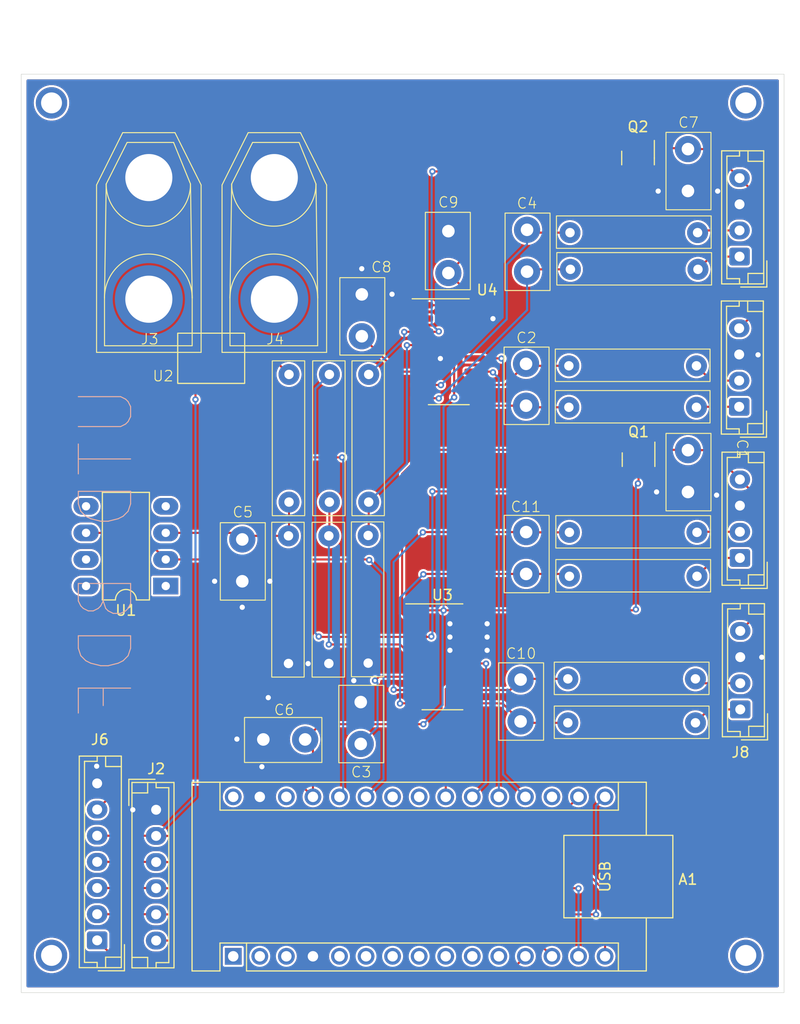
<source format=kicad_pcb>
(kicad_pcb (version 20221018) (generator pcbnew)
  (layers (0 "F.Cu" signal) (31 "B.Cu" signal) (34 "B.Paste" user) (35 "F.Paste" user) (36 "B.SilkS" user "B.Silkscreen") (37 "F.SilkS" user "F.Silkscreen") (38 "B.Mask" user) (39 "F.Mask" user) (44 "Edge.Cuts" user))
  (net 0 "")
  (net 4 "GND")
  (net 12 "CS_TACH")
  (net 13 "CS_SD")
  (net 14 "MOSI")
  (net 15 "MISO")
  (net 16 "SCK")
  (net 17 "+3.3V")
  (net 19 "DOUT1")
  (net 20 "PD1")
  (net 21 "DOUT2")
  (net 22 "PD2")
  (net 25 "V_SENS")
  (net 26 "I_SENS")
  (net 27 "+5V")
  (net 30 "L_V2")
  (net 31 "L2_INB-")
  (net 32 "L2_INB+")
  (net 33 "Net-(U3-VBG)")
  (net 34 "L1_INA-")
  (net 35 "L1_INA+")
  (net 36 "Net-(U1-+)")
  (net 37 "L_V")
  (net 38 "Net-(U4-VBG)")
  (net 39 "L4_INB-")
  (net 40 "L4_INB+")
  (net 41 "L3_INA-")
  (net 42 "L3_INA+")
  (net 43 "L1_IN1")
  (net 44 "L1_IN2")
  (net 45 "ESC")
  (net 46 "BAT")
  (net 47 "L2_IN1")
  (net 48 "L2_IN2")
  (net 49 "L3_IN1")
  (net 50 "L3_IN2")
  (net 51 "L4_IN1")
  (net 52 "L4_IN2")
  (net 53 "Net-(Q1-B)")
  (net 54 "Net-(Q2-B)")
  (net 55 "Net-(U3-VFB)")
  (net 56 "Net-(U4-VFB)")
  (footprint "Userlib:R_1watt" (layer "F.Cu") (at 155.5064 73.7706)
    (fp_text reference "R4" hide)
    (fp_text value "100" hide)
  )
  (footprint "Userlib:R_1watt" (layer "F.Cu") (at 155.4116 103.1084)
    (fp_text reference "R14" hide)
    (fp_text value "100" hide)
  )
  (footprint "Package_DIP:DIP-8_W7.62mm_LongPads" (layer "F.Cu") (at 111.6076 104.0384 180)
    (fp_text reference "U1")
    (fp_text value "LM741")
  )
  (footprint "Userlib:R_1watt" (layer "F.Cu") (at 127.258 90.8148 90)
    (fp_text reference "R5" hide)
    (fp_text value "20000" hide)
  )
  (footprint "Connector_JST:JST_EH_B4B-EH-A_1x04_P2.50mm_Vertical" (layer "F.Cu") (at 166.5156 101.3558 90)
    (fp_text reference "J7" hide)
    (fp_text value "Conn_01x04_Pin")
  )
  (footprint "Userlib:R_1watt" (layer "F.Cu") (at 155.4116 98.9084)
    (fp_text reference "R13" hide)
    (fp_text value "100" hide)
  )
  (footprint "Userlib:ACS781LLRTR-100U-T" (layer "F.Cu") (at 112.7534 84.6722)
    (fp_text reference "U2")
    (fp_text value "~")
  )
  (footprint "Userlib:XT90_-F" (layer "F.Cu") (at 110.0716 80.9472)
    (fp_text reference "J3")
    (fp_text value "XT90PW-F")
  )
  (footprint "Userlib:R_1watt" (layer "F.Cu") (at 155.2632 112.9128)
    (fp_text reference "R11" hide)
    (fp_text value "100" hide)
  )
  (footprint "Package_SO:SOP-16_3.9x9.9mm_P1.27mm" (layer "F.Cu") (at 138.0676 110.8046)
    (fp_text reference "U3")
    (fp_text value "HX711")
  )
  (footprint "Connector_JST:JST_EH_B4B-EH-A_1x04_P2.50mm_Vertical" (layer "F.Cu") (at 166.447868 86.907 90)
    (fp_text reference "J5" hide)
    (fp_text value "Conn_01x04_Pin")
  )
  (footprint "Userlib:R_1watt" (layer "F.Cu") (at 130.9664 106.2072 90)
    (fp_text reference "R10" hide)
    (fp_text value "7500" hide)
  )
  (footprint "Connector_JST:JST_EH_B4B-EH-A_1x04_P2.50mm_Vertical" (layer "F.Cu") (at 166.481734 72.5522 90)
    (fp_text reference "J1" hide)
    (fp_text value "Conn_01x04_Pin")
  )
  (footprint "Userlib:R_1watt" (layer "F.Cu") (at 131.0172 90.8148 90)
    (fp_text reference "R9" hide)
    (fp_text value "20000" hide)
  )
  (footprint "Package_SO:SOP-16_3.9x9.9mm_P1.27mm" (layer "F.Cu") (at 138.6772 81.6454)
    (fp_text reference "U4")
    (fp_text value "HX711")
  )
  (footprint "Userlib:Capacitor_4mm_diam_.6mm_pin" (layer "F.Cu") (at 161.5488 93.0516 -90)
    (fp_text reference "C1")
    (fp_text value "10u")
  )
  (footprint "Userlib:R_1watt" (layer "F.Cu") (at 155.4692 70.263)
    (fp_text reference "R1" hide)
    (fp_text value "100" hide)
  )
  (footprint "Userlib:R_1watt" (layer "F.Cu") (at 155.2632 117.1128)
    (fp_text reference "R12" hide)
    (fp_text value "100" hide)
  )
  (footprint "Userlib:Capacitor_4mm_diam_.6mm_pin" (layer "F.Cu") (at 118.9276 101.586 -90)
    (fp_text reference "C5")
    (fp_text value "10n")
  )
  (footprint "Userlib:Capacitor_4mm_diam_.6mm_pin" (layer "F.Cu") (at 130.2552 117.1308 -90)
    (fp_text reference "C3")
    (fp_text value ".1u")
  )
  (footprint "Userlib:Capacitor_4mm_diam_.6mm_pin" (layer "F.Cu") (at 146.0644 84.8016 -90)
    (fp_text reference "C2")
    (fp_text value ".1u")
  )
  (footprint "Connector_JST:JST_EH_B6B-EH-A_1x06_P2.50mm_Vertical" (layer "F.Cu") (at 110.6884 125.4236 -90)
    (fp_text reference "J2")
    (fp_text value "Conn_01x06")
  )
  (footprint "Userlib:R_1watt" (layer "F.Cu") (at 127.2064 106.2436 90)
    (fp_text reference "R6" hide)
    (fp_text value "7500" hide)
  )
  (footprint "Package_TO_SOT_SMD:SOT-23" (layer "F.Cu") (at 156.8236 91.9601 -90)
    (fp_text reference "Q1")
    (fp_text value "S8550 2TY DNP SOT-23 SMD 0.5A 40V")
  )
  (footprint "Userlib:R_1watt" (layer "F.Cu") (at 123.3972 90.8148 90)
    (fp_text reference "R2" hide)
    (fp_text value "30000" hide)
  )
  (footprint "Connector_JST:JST_EH_B7B-EH-A_1x07_P2.50mm_Vertical" (layer "F.Cu") (at 105.0496 137.9036 90)
    (fp_text reference "J6")
    (fp_text value "Conn_01x07")
  )
  (footprint "Userlib:Capacitor_4mm_diam_.6mm_pin" (layer "F.Cu") (at 146.0742 100.8826 -90)
    (fp_text reference "C11")
    (fp_text value ".1u")
  )
  (footprint "Userlib:Capacitor_4mm_diam_.6mm_pin" (layer "F.Cu") (at 130.3568 78.1656 -90)
    (fp_text reference "C8")
    (fp_text value ".1u")
  )
  (footprint "Userlib:XT90_-F" (layer "F.Cu") (at 122.0716 80.9472)
    (fp_text reference "J4")
    (fp_text value "XT90PW-F")
  )
  (footprint "Userlib:Capacitor_4mm_diam_.6mm_pin" (layer "F.Cu") (at 161.548 64.2784 -90)
    (fp_text reference "C7")
    (fp_text value "10u")
  )
  (footprint "Userlib:Capacitor_4mm_diam_.6mm_pin" (layer "F.Cu") (at 146.1592 71.9926 -90)
    (fp_text reference "C4")
    (fp_text value ".1u")
  )
  (footprint "Userlib:R_1watt" (layer "F.Cu") (at 123.3456 106.2436 90)
    (fp_text reference "R3" hide)
    (fp_text value "6000" hide)
  )
  (footprint "Package_TO_SOT_SMD:SOT-23" (layer "F.Cu") (at 156.7728 63.1288 -90)
    (fp_text reference "Q2")
    (fp_text value "S8550 2TY DNP SOT-23 SMD 0.5A 40V")
  )
  (footprint "Connector_JST:JST_EH_B4B-EH-A_1x04_P2.50mm_Vertical" (layer "F.Cu") (at 166.549466 115.8338 90)
    (fp_text reference "J8")
    (fp_text value "Conn_01x04_Pin")
  )
  (footprint "Userlib:R_1watt" (layer "F.Cu") (at 155.3608 82.9916)
    (fp_text reference "R7" hide)
    (fp_text value "100" hide)
  )
  (footprint "Userlib:Capacitor_4mm_diam_.6mm_pin" (layer "F.Cu") (at 122.94 118.704 180)
    (fp_text reference "C6")
    (fp_text value "10u")
  )
  (footprint "Userlib:R_1watt" (layer "F.Cu") (at 155.3608 86.954)
    (fp_text reference "R8" hide)
    (fp_text value "100" hide)
  )
  (footprint "Userlib:Capacitor_4mm_diam_.6mm_pin" (layer "F.Cu") (at 138.6372 72.1204 90)
    (fp_text reference "C9")
    (fp_text value "10u")
  )
  (footprint "Module:Arduino_Nano" (layer "F.Cu") (at 118.0632 139.4304 90)
    (fp_text reference "A1")
    (fp_text value "Arduino_Nano_v2.x")
  )
  (footprint "Userlib:Capacitor_4mm_diam_.6mm_pin" (layer "F.Cu") (at 145.542 114.9792 -90)
    (fp_text reference "C10")
    (fp_text value ".1u")
  )
  (gr_rect (start 97.79 55.118) (end 170.7388 142.9004) (stroke (width 0.05)) (fill none) (layer "Edge.Cuts"))
  (gr_text "UTD BDF" (at 108.8644 84.6836 90) (layer "B.SilkS") (effects (font (size 5 5) (thickness 0.1)) (justify left bottom mirror)))
  (via (at 167.0812 139.3444) (size 3) (drill 2) (layers "F.Cu" "B.Cu") (net 0))
  (via (at 100.6856 139.3444) (size 3) (drill 2) (layers "F.Cu" "B.Cu") (net 0))
  (via (at 100.6856 57.8612) (size 3) (drill 2) (layers "F.Cu" "B.Cu") (net 0))
  (via (at 167.0812 57.8612) (size 3) (drill 2) (layers "F.Cu" "B.Cu") (net 0))
  (via (at 108.458 125.4252) (size 0.8) (drill 0.5) (layers "F.Cu" "B.Cu") (net 4))
  (via (at 164.2872 95.3516) (size 0.8) (drill 0.5) (layers "F.Cu" "B.Cu") (net 4))
  (via (at 168.2496 81.9404) (size 0.8) (drill 0.5) (layers "F.Cu" "B.Cu") (net 4))
  (via (at 121.5644 103.5812) (size 0.8) (drill 0.5) (layers "F.Cu" "B.Cu") (net 4))
  (via (at 130.3528 73.7108) (size 0.8) (drill 0.5) (layers "F.Cu" "B.Cu") (net 4))
  (via (at 125.222 111.4552) (size 0.8) (drill 0.5) (layers "F.Cu" "B.Cu") (net 4))
  (via (at 129.5908 113.0808) (size 0.8) (drill 0.5) (layers "F.Cu" "B.Cu") (net 4))
  (via (at 121.412 114.7064) (size 0.8) (drill 0.5) (layers "F.Cu" "B.Cu") (net 4))
  (via (at 116.2812 103.5812) (size 0.8) (drill 0.5) (layers "F.Cu" "B.Cu") (net 4))
  (via (at 142.3416 108.9152) (size 0.8) (drill 0.5) (layers "F.Cu" "B.Cu") (net 4))
  (via (at 133.2484 76.1492) (size 0.8) (drill 0.5) (layers "F.Cu" "B.Cu") (net 4))
  (via (at 158.5468 95.0468) (size 0.8) (drill 0.5) (layers "F.Cu" "B.Cu") (net 4))
  (via (at 138.7856 110.1852) (size 0.8) (drill 0.5) (layers "F.Cu" "B.Cu") (net 4))
  (via (at 120.8024 121.3104) (size 0.8) (drill 0.5) (layers "F.Cu" "B.Cu") (net 4))
  (via (at 137.8712 82.296) (size 0.8) (drill 0.5) (layers "F.Cu" "B.Cu") (net 4))
  (via (at 138.7856 108.9152) (size 0.8) (drill 0.5) (layers "F.Cu" "B.Cu") (net 4))
  (via (at 168.6052 110.8456) (size 0.8) (drill 0.5) (layers "F.Cu" "B.Cu") (net 4))
  (via (at 142.9004 78.486) (size 0.8) (drill 0.5) (layers "F.Cu" "B.Cu") (net 4))
  (via (at 164.3888 66.294) (size 0.8) (drill 0.5) (layers "F.Cu" "B.Cu") (net 4))
  (via (at 138.7856 107.6452) (size 0.8) (drill 0.5) (layers "F.Cu" "B.Cu") (net 4))
  (via (at 118.9228 106.0704) (size 0.8) (drill 0.5) (layers "F.Cu" "B.Cu") (net 4))
  (via (at 158.6992 66.294) (size 0.8) (drill 0.5) (layers "F.Cu" "B.Cu") (net 4))
  (via (at 142.3416 107.6452) (size 0.8) (drill 0.5) (layers "F.Cu" "B.Cu") (net 4))
  (via (at 142.3416 110.1852) (size 0.8) (drill 0.5) (layers "F.Cu" "B.Cu") (net 4))
  (via (at 105.0036 121.2596) (size 0.8) (drill 0.5) (layers "F.Cu" "B.Cu") (net 4))
  (via (at 118.4148 118.6688) (size 0.8) (drill 0.5) (layers "F.Cu" "B.Cu") (net 4))
  (segment (start 144.7684 140.6652) (end 146.0032 139.4304) (width 0.2) (layer "F.Cu") (net 12))
  (segment (start 107.8096 140.6652) (end 144.7684 140.6652) (width 0.2) (layer "F.Cu") (net 12))
  (segment (start 105.0496 137.9052) (end 107.8096 140.6652) (width 0.2) (layer "F.Cu") (net 12))
  (segment (start 147.0364 137.9236) (end 148.5432 139.4304) (width 0.2) (layer "F.Cu") (net 13))
  (segment (start 110.6884 137.9236) (end 147.0364 137.9236) (width 0.2) (layer "F.Cu") (net 13))
  (segment (start 105.0496 132.9052) (end 110.67 132.9052) (width 0.2) (layer "F.Cu") (net 14))
  (segment (start 110.6884 132.9236) (end 151.0592 132.9236) (width 0.2) (layer "F.Cu") (net 14))
  (segment (start 110.67 132.9052) (end 110.6884 132.9236) (width 0.2) (layer "F.Cu") (net 14))
  (segment (start 151.1916 132.9436) (end 151.2116 132.9236) (width 0.2) (layer "F.Cu") (net 14))
  (segment (start 151.0792 132.9436) (end 151.1916 132.9436) (width 0.2) (layer "F.Cu") (net 14))
  (segment (start 151.0592 132.9236) (end 151.0792 132.9436) (width 0.2) (layer "F.Cu") (net 14))
  (via (at 151.0792 132.9436) (size 0.6) (drill 0.3) (layers "F.Cu" "B.Cu") (net 14))
  (segment (start 151.0832 132.9476) (end 151.0832 139.4304) (width 0.2) (layer "B.Cu") (net 14))
  (segment (start 151.0792 132.9436) (end 151.0832 132.9476) (width 0.2) (layer "B.Cu") (net 14))
  (segment (start 153.6232 133.2016) (end 153.6232 139.4304) (width 0.2) (layer "F.Cu") (net 15))
  (segment (start 110.67 130.4052) (end 110.6884 130.4236) (width 0.2) (layer "F.Cu") (net 15))
  (segment (start 150.8452 130.4236) (end 153.6232 133.2016) (width 0.2) (layer "F.Cu") (net 15))
  (segment (start 110.6884 130.4236) (end 150.8452 130.4236) (width 0.2) (layer "F.Cu") (net 15))
  (segment (start 105.0496 130.4052) (end 110.67 130.4052) (width 0.2) (layer "F.Cu") (net 15))
  (segment (start 152.6956 135.4236) (end 152.7048 135.4328) (width 0.2) (layer "F.Cu") (net 16))
  (segment (start 105.0496 135.4052) (end 110.67 135.4052) (width 0.2) (layer "F.Cu") (net 16))
  (segment (start 110.6884 135.4236) (end 152.6956 135.4236) (width 0.2) (layer "F.Cu") (net 16))
  (segment (start 110.67 135.4052) (end 110.6884 135.4236) (width 0.2) (layer "F.Cu") (net 16))
  (segment (start 152.7556 135.4328) (end 152.7556 135.4836) (width 0.2) (layer "F.Cu") (net 16))
  (segment (start 152.7048 135.4328) (end 152.7556 135.4328) (width 0.2) (layer "F.Cu") (net 16))
  (segment (start 152.7556 135.4836) (end 152.7048 135.4328) (width 0.2) (layer "F.Cu") (net 16))
  (via (at 152.7556 135.4328) (size 0.6) (drill 0.3) (layers "F.Cu" "B.Cu") (net 16))
  (segment (start 153.6232 124.1904) (end 152.7556 125.058) (width 0.2) (layer "B.Cu") (net 16))
  (segment (start 152.7556 125.058) (end 152.7556 135.4328) (width 0.2) (layer "B.Cu") (net 16))
  (segment (start 110.67 127.9052) (end 110.6884 127.9236) (width 0.2) (layer "F.Cu") (net 17))
  (segment (start 147.35 127.9236) (end 151.0832 124.1904) (width 0.2) (layer "F.Cu") (net 17))
  (segment (start 110.6884 127.9236) (end 147.35 127.9236) (width 0.2) (layer "F.Cu") (net 17))
  (segment (start 114.4534 84.7722) (end 114.4534 86.2066) (width 0.2) (layer "F.Cu") (net 17))
  (segment (start 114.4534 86.2066) (end 114.4524 86.2076) (width 0.2) (layer "F.Cu") (net 17))
  (segment (start 105.0496 127.9052) (end 110.67 127.9052) (width 0.2) (layer "F.Cu") (net 17))
  (via (at 114.4524 86.2076) (size 0.6) (drill 0.3) (layers "F.Cu" "B.Cu") (net 17))
  (segment (start 114.4524 86.2076) (end 114.4524 124.1596) (width 0.2) (layer "B.Cu") (net 17))
  (segment (start 114.4524 124.1596) (end 110.6884 127.9236) (width 0.2) (layer "B.Cu") (net 17))
  (segment (start 141.1772 82.2804) (end 143.6976 82.2804) (width 0.2) (layer "F.Cu") (net 19))
  (segment (start 143.6976 82.2804) (end 143.7132 82.296) (width 0.2) (layer "F.Cu") (net 19))
  (via (at 143.7132 82.296) (size 0.6) (drill 0.3) (layers "F.Cu" "B.Cu") (net 19))
  (segment (start 143.8632 122.0504) (end 146.0032 124.1904) (width 0.2) (layer "B.Cu") (net 19))
  (segment (start 143.7132 82.296) (end 143.8632 82.446) (width 0.2) (layer "B.Cu") (net 19))
  (segment (start 143.8632 82.446) (end 143.8632 122.0504) (width 0.2) (layer "B.Cu") (net 19))
  (segment (start 142.834 83.5504) (end 142.9004 83.6168) (width 0.2) (layer "F.Cu") (net 20))
  (segment (start 141.1772 83.5504) (end 142.834 83.5504) (width 0.2) (layer "F.Cu") (net 20))
  (via (at 142.9004 83.6168) (size 0.6) (drill 0.3) (layers "F.Cu" "B.Cu") (net 20))
  (segment (start 143.4632 84.1796) (end 143.4632 124.1904) (width 0.2) (layer "B.Cu") (net 20))
  (segment (start 142.9004 83.6168) (end 143.4632 84.1796) (width 0.2) (layer "B.Cu") (net 20))
  (segment (start 142.2244 111.4396) (end 142.24 111.4552) (width 0.2) (layer "F.Cu") (net 21))
  (segment (start 140.5676 111.4396) (end 142.2244 111.4396) (width 0.2) (layer "F.Cu") (net 21))
  (via (at 142.24 111.4552) (size 0.6) (drill 0.3) (layers "F.Cu" "B.Cu") (net 21))
  (segment (start 142.24 122.8736) (end 140.9232 124.1904) (width 0.2) (layer "B.Cu") (net 21))
  (segment (start 142.24 111.4552) (end 142.24 122.8736) (width 0.2) (layer "B.Cu") (net 21))
  (segment (start 140.5676 112.7096) (end 139.5676 112.7096) (width 0.2) (layer "F.Cu") (net 22))
  (segment (start 138.3832 113.894) (end 138.3832 124.1904) (width 0.2) (layer "F.Cu") (net 22))
  (segment (start 139.5676 112.7096) (end 138.3832 113.894) (width 0.2) (layer "F.Cu") (net 22))
  (segment (start 111.6076 101.4984) (end 131.0132 101.4984) (width 0.2) (layer "F.Cu") (net 25))
  (segment (start 131.0132 101.4984) (end 131.064 101.5492) (width 0.2) (layer "F.Cu") (net 25))
  (segment (start 109.0676 98.9584) (end 111.6076 101.4984) (width 0.2) (layer "F.Cu") (net 25))
  (segment (start 103.9876 98.9584) (end 109.0676 98.9584) (width 0.2) (layer "F.Cu") (net 25))
  (via (at 131.064 101.5492) (size 0.6) (drill 0.3) (layers "F.Cu" "B.Cu") (net 25))
  (segment (start 131.064 101.5492) (end 132.4356 102.9208) (width 0.2) (layer "B.Cu") (net 25))
  (segment (start 132.4356 102.9208) (end 132.4356 122.518) (width 0.2) (layer "B.Cu") (net 25))
  (segment (start 132.4356 122.518) (end 130.7632 124.1904) (width 0.2) (layer "B.Cu") (net 25))
  (segment (start 128.4406 91.7774) (end 128.4732 91.7448) (width 0.2) (layer "F.Cu") (net 26))
  (segment (start 124.626 91.7448) (end 128.4732 91.7448) (width 0.2) (layer "F.Cu") (net 26))
  (segment (start 117.6534 84.7722) (end 124.626 91.7448) (width 0.2) (layer "F.Cu") (net 26))
  (via (at 128.4732 91.7448) (size 0.6) (drill 0.3) (layers "F.Cu" "B.Cu") (net 26))
  (segment (start 128.5748 123.8388) (end 128.2232 124.1904) (width 0.2) (layer "B.Cu") (net 26))
  (segment (start 128.4732 91.7448) (end 128.5748 91.8464) (width 0.2) (layer "B.Cu") (net 26))
  (segment (start 128.5748 91.8464) (end 128.5748 123.8388) (width 0.2) (layer "B.Cu") (net 26))
  (segment (start 156.8236 94.1792) (end 156.7688 94.234) (width 0.2) (layer "F.Cu") (net 27))
  (segment (start 152.3965 68.4426) (end 156.7728 64.0663) (width 0.2) (layer "F.Cu") (net 27))
  (segment (start 138.1604 106.3596) (end 138.176 106.3752) (width 0.2) (layer "F.Cu") (net 27))
  (segment (start 138.176 106.3752) (end 138.1916 106.3596) (width 0.2) (layer "F.Cu") (net 27))
  (segment (start 144.315 68.4426) (end 152.3965 68.4426) (width 0.2) (layer "F.Cu") (net 27))
  (segment (start 125.6832 119.4472) (end 124.94 118.704) (width 0.2) (layer "F.Cu") (net 27))
  (segment (start 141.1772 76.6604) (end 141.1772 77.2004) (width 0.2) (layer "F.Cu") (net 27))
  (segment (start 140.810804 77.2004) (end 141.1772 77.2004) (width 0.2) (layer "F.Cu") (net 27))
  (segment (start 105.0496 125.4052) (end 107.6204 122.8344) (width 0.2) (layer "F.Cu") (net 27))
  (segment (start 107.6204 122.8344) (end 124.3272 122.8344) (width 0.2) (layer "F.Cu") (net 27))
  (segment (start 156.8236 92.8976) (end 156.8236 94.1792) (width 0.2) (layer "F.Cu") (net 27))
  (segment (start 140.5676 106.3596) (end 156.4796 106.3596) (width 0.2) (layer "F.Cu") (net 27))
  (segment (start 139.192 78.819204) (end 140.810804 77.2004) (width 0.2) (layer "F.Cu") (net 27))
  (segment (start 126.3976 117.2464) (end 124.94 118.704) (width 0.2) (layer "F.Cu") (net 27))
  (segment (start 125.6832 124.1904) (end 125.6832 119.4472) (width 0.2) (layer "F.Cu") (net 27))
  (segment (start 136.1772 77.2004) (end 141.1772 77.2004) (width 0.2) (layer "F.Cu") (net 27))
  (segment (start 139.192 86.0044) (end 139.192 78.819204) (width 0.2) (layer "F.Cu") (net 27))
  (segment (start 138.6372 74.1204) (end 141.1772 76.6604) (width 0.2) (layer "F.Cu") (net 27))
  (segment (start 136.2456 117.2464) (end 126.3976 117.2464) (width 0.2) (layer "F.Cu") (net 27))
  (segment (start 124.3272 122.8344) (end 125.6832 124.1904) (width 0.2) (layer "F.Cu") (net 27))
  (segment (start 135.5676 106.3596) (end 138.1604 106.3596) (width 0.2) (layer "F.Cu") (net 27))
  (segment (start 138.6372 74.1204) (end 144.315 68.4426) (width 0.2) (layer "F.Cu") (net 27))
  (segment (start 138.1916 106.3596) (end 140.5676 106.3596) (width 0.2) (layer "F.Cu") (net 27))
  (segment (start 156.4796 106.3596) (end 156.5656 106.2736) (width 0.2) (layer "F.Cu") (net 27))
  (via (at 156.7688 94.234) (size 0.6) (drill 0.3) (layers "F.Cu" "B.Cu") (net 27))
  (via (at 138.176 106.3752) (size 0.6) (drill 0.3) (layers "F.Cu" "B.Cu") (net 27))
  (via (at 156.5656 106.2736) (size 0.6) (drill 0.3) (layers "F.Cu" "B.Cu") (net 27))
  (via (at 139.192 86.0044) (size 0.6) (drill 0.3) (layers "F.Cu" "B.Cu") (net 27))
  (via (at 136.2456 117.2464) (size 0.6) (drill 0.3) (layers "F.Cu" "B.Cu") (net 27))
  (segment (start 138.0856 106.4656) (end 138.0856 115.4064) (width 0.2) (layer "B.Cu") (net 27))
  (segment (start 138.176 86.9188) (end 139.0904 86.0044) (width 0.2) (layer "B.Cu") (net 27))
  (segment (start 139.192 86.0044) (end 139.192 85.9028) (width 0.2) (layer "B.Cu") (net 27))
  (segment (start 139.0904 86.0044) (end 139.192 86.0044) (width 0.2) (layer "B.Cu") (net 27))
  (segment (start 138.176 106.3752) (end 138.176 86.9188) (width 0.2) (layer "B.Cu") (net 27))
  (segment (start 138.176 106.3752) (end 138.0856 106.4656) (width 0.2) (layer "B.Cu") (net 27))
  (segment (start 156.5656 94.4372) (end 156.7688 94.234) (width 0.2) (layer "B.Cu") (net 27))
  (segment (start 138.0856 115.4064) (end 136.2456 117.2464) (width 0.2) (layer "B.Cu") (net 27))
  (segment (start 156.5656 106.2736) (end 156.5656 94.4372) (width 0.2) (layer "B.Cu") (net 27))
  (segment (start 139.192 85.9028) (end 139.1412 85.9536) (width 0.2) (layer "B.Cu") (net 27))
  (segment (start 135.5676 108.8996) (end 136.9724 108.8996) (width 0.2) (layer "F.Cu") (net 30))
  (segment (start 161.5488 91.0516) (end 163.7114 91.0516) (width 0.2) (layer "F.Cu") (net 30))
  (segment (start 168.0464 95.3866) (end 168.0464 106.836866) (width 0.2) (layer "F.Cu") (net 30))
  (segment (start 163.7114 91.0516) (end 166.5156 93.8558) (width 0.2) (layer "F.Cu") (net 30))
  (segment (start 136.9724 108.8996) (end 137.0076 108.8644) (width 0.2) (layer "F.Cu") (net 30))
  (segment (start 166.5156 93.8558) (end 168.0464 95.3866) (width 0.2) (layer "F.Cu") (net 30))
  (segment (start 157.7736 91.0226) (end 161.5198 91.0226) (width 0.2) (layer "F.Cu") (net 30))
  (segment (start 157.7736 91.0226) (end 157.247496 91.0226) (width 0.2) (layer "F.Cu") (net 30))
  (segment (start 153.274096 94.996) (end 137.1092 94.996) (width 0.2) (layer "F.Cu") (net 30))
  (segment (start 135.5676 108.8996) (end 126.2732 108.8996) (width 0.2) (layer "F.Cu") (net 30))
  (segment (start 157.247496 91.0226) (end 153.274096 94.996) (width 0.2) (layer "F.Cu") (net 30))
  (segment (start 168.0464 106.836866) (end 166.549466 108.3338) (width 0.2) (layer "F.Cu") (net 30))
  (segment (start 161.5198 91.0226) (end 161.5488 91.0516) (width 0.2) (layer "F.Cu") (net 30))
  (segment (start 126.2732 108.8996) (end 126.238 108.8644) (width 0.2) (layer "F.Cu") (net 30))
  (via (at 126.238 108.8644) (size 0.6) (drill 0.3) (layers "F.Cu" "B.Cu") (net 30))
  (via (at 137.1092 94.996) (size 0.6) (drill 0.3) (layers "F.Cu" "B.Cu") (net 30))
  (via (at 137.0076 108.8644) (size 0.6) (drill 0.3) (layers "F.Cu" "B.Cu") (net 30))
  (segment (start 125.9064 108.5328) (end 125.9064 85.1664) (width 0.2) (layer "B.Cu") (net 30))
  (segment (start 137.1092 108.7628) (end 137.0076 108.8644) (width 0.2) (layer "B.Cu") (net 30))
  (segment (start 125.9064 85.1664) (end 127.258 83.8148) (width 0.2) (layer "B.Cu") (net 30))
  (segment (start 137.1092 94.996) (end 137.1092 108.7628) (width 0.2) (layer "B.Cu") (net 30))
  (segment (start 126.238 108.8644) (end 125.9064 108.5328) (width 0.2) (layer "B.Cu") (net 30))
  (segment (start 146.2544 82.9916) (end 146.0644 82.8016) (width 0.2) (layer "F.Cu") (net 31))
  (segment (start 144.0456 84.8204) (end 141.1772 84.8204) (width 0.2) (layer "F.Cu") (net 31))
  (segment (start 150.1608 82.9916) (end 146.2544 82.9916) (width 0.2) (layer "F.Cu") (net 31))
  (segment (start 146.0644 82.8016) (end 144.0456 84.8204) (width 0.2) (layer "F.Cu") (net 31))
  (segment (start 141.8884 86.8016) (end 141.1772 86.0904) (width 0.2) (layer "F.Cu") (net 32))
  (segment (start 150.1608 86.954) (end 146.2168 86.954) (width 0.2) (layer "F.Cu") (net 32))
  (segment (start 146.2168 86.954) (end 146.0644 86.8016) (width 0.2) (layer "F.Cu") (net 32))
  (segment (start 146.0644 86.8016) (end 141.8884 86.8016) (width 0.2) (layer "F.Cu") (net 32))
  (segment (start 131.994 112.7096) (end 131.6228 113.0808) (width 0.2) (layer "F.Cu") (net 33))
  (segment (start 135.5676 112.7096) (end 131.994 112.7096) (width 0.2) (layer "F.Cu") (net 33))
  (via (at 131.6228 113.0808) (size 0.6) (drill 0.3) (layers "F.Cu" "B.Cu") (net 33))
  (segment (start 131.8664 117.5196) (end 131.8664 113.3244) (width 0.2) (layer "B.Cu") (net 33))
  (segment (start 130.2552 119.1308) (end 131.8664 117.5196) (width 0.2) (layer "B.Cu") (net 33))
  (segment (start 131.8664 113.3244) (end 131.6228 113.0808) (width 0.2) (layer "B.Cu") (net 33))
  (segment (start 131.6228 113.0808) (end 131.6736 113.1316) (width 0.2) (layer "B.Cu") (net 33))
  (segment (start 137.9064 84.8204) (end 137.922 84.836) (width 0.2) (layer "F.Cu") (net 34))
  (segment (start 136.1772 84.8204) (end 137.9064 84.8204) (width 0.2) (layer "F.Cu") (net 34))
  (segment (start 146.4296 70.263) (end 146.1592 69.9926) (width 0.2) (layer "F.Cu") (net 34))
  (segment (start 150.2692 70.263) (end 146.4296 70.263) (width 0.2) (layer "F.Cu") (net 34))
  (via (at 137.922 84.836) (size 0.6) (drill 0.3) (layers "F.Cu" "B.Cu") (net 34))
  (segment (start 137.922 84.836) (end 144.2212 78.5368) (width 0.2) (layer "B.Cu") (net 34))
  (segment (start 144.2212 73.3044) (end 146.1592 71.3664) (width 0.2) (layer "B.Cu") (net 34))
  (segment (start 146.1592 71.3664) (end 146.1592 69.9926) (width 0.2) (layer "B.Cu") (net 34))
  (segment (start 144.2212 78.5368) (end 144.2212 73.3044) (width 0.2) (layer "B.Cu") (net 34))
  (segment (start 136.1772 86.0904) (end 137.7032 86.0904) (width 0.2) (layer "F.Cu") (net 35))
  (segment (start 137.7032 86.0904) (end 137.7188 86.106) (width 0.2) (layer "F.Cu") (net 35))
  (segment (start 150.3064 73.7706) (end 146.3812 73.7706) (width 0.2) (layer "F.Cu") (net 35))
  (segment (start 146.3812 73.7706) (end 146.1592 73.9926) (width 0.2) (layer "F.Cu") (net 35))
  (via (at 137.7188 86.106) (size 0.6) (drill 0.3) (layers "F.Cu" "B.Cu") (net 35))
  (segment (start 137.7188 86.106) (end 146.1592 77.6656) (width 0.2) (layer "B.Cu") (net 35))
  (segment (start 146.1592 77.6656) (end 146.1592 73.9926) (width 0.2) (layer "B.Cu") (net 35))
  (segment (start 123.3972 96.0148) (end 123.3972 99.192) (width 0.2) (layer "F.Cu") (net 36))
  (segment (start 118.3 98.9584) (end 118.9276 99.586) (width 0.2) (layer "F.Cu") (net 36))
  (segment (start 119.27 99.2436) (end 118.9276 99.586) (width 0.2) (layer "F.Cu") (net 36))
  (segment (start 111.6076 98.9584) (end 118.3 98.9584) (width 0.2) (layer "F.Cu") (net 36))
  (segment (start 123.3972 99.192) (end 123.3456 99.2436) (width 0.2) (layer "F.Cu") (net 36))
  (segment (start 123.3456 99.2436) (end 119.27 99.2436) (width 0.2) (layer "F.Cu") (net 36))
  (segment (start 137.1092 64.4144) (end 154.973596 64.4144) (width 0.2) (layer "F.Cu") (net 37))
  (segment (start 168.0464 66.616866) (end 168.0464 77.808468) (width 0.2) (layer "F.Cu") (net 37))
  (segment (start 157.7228 62.1913) (end 161.4609 62.1913) (width 0.2) (layer "F.Cu") (net 37))
  (segment (start 163.707934 62.2784) (end 166.481734 65.0522) (width 0.2) (layer "F.Cu") (net 37))
  (segment (start 154.973596 64.4144) (end 157.196696 62.1913) (width 0.2) (layer "F.Cu") (net 37))
  (segment (start 166.481734 65.0522) (end 168.0464 66.616866) (width 0.2) (layer "F.Cu") (net 37))
  (segment (start 136.1772 79.7404) (end 134.4324 79.7404) (width 0.2) (layer "F.Cu") (net 37))
  (segment (start 161.4609 62.1913) (end 161.548 62.2784) (width 0.2) (layer "F.Cu") (net 37))
  (segment (start 161.548 62.2784) (end 163.707934 62.2784) (width 0.2) (layer "F.Cu") (net 37))
  (segment (start 134.4324 79.7404) (end 134.4168 79.756) (width 0.2) (layer "F.Cu") (net 37))
  (segment (start 157.196696 62.1913) (end 157.7228 62.1913) (width 0.2) (layer "F.Cu") (net 37))
  (segment (start 168.0464 77.808468) (end 166.447868 79.407) (width 0.2) (layer "F.Cu") (net 37))
  (segment (start 136.1772 79.7404) (end 137.6836 79.7404) (width 0.2) (layer "F.Cu") (net 37))
  (segment (start 137.6836 79.7404) (end 137.7188 79.7052) (width 0.2) (layer "F.Cu") (net 37))
  (via (at 137.1092 64.4144) (size 0.6) (drill 0.3) (layers "F.Cu" "B.Cu") (net 37))
  (via (at 134.4168 79.756) (size 0.6) (drill 0.3) (layers "F.Cu" "B.Cu") (net 37))
  (via (at 137.7188 79.7052) (size 0.6) (drill 0.3) (layers "F.Cu" "B.Cu") (net 37))
  (segment (start 137.0372 79.0236) (end 137.0372 64.4356) (width 0.2) (layer "B.Cu") (net 37))
  (segment (start 137.1092 64.3636) (end 137.0584 64.4144) (width 0.2) (layer "B.Cu") (net 37))
  (segment (start 137.0372 64.4356) (end 137.0584 64.4144) (width 0.2) (layer "B.Cu") (net 37))
  (segment (start 134.4168 79.756) (end 134.4168 80.4152) (width 0.2) (layer "B.Cu") (net 37))
  (segment (start 137.0584 64.4144) (end 137.1092 64.4144) (width 0.2) (layer "B.Cu") (net 37))
  (segment (start 134.4168 80.4152) (end 131.0172 83.8148) (width 0.2) (layer "B.Cu") (net 37))
  (segment (start 137.7188 79.7052) (end 137.0372 79.0236) (width 0.2) (layer "B.Cu") (net 37))
  (segment (start 137.1092 64.4144) (end 137.1092 64.3636) (width 0.2) (layer "B.Cu") (net 37))
  (segment (start 133.7416 83.5504) (end 136.1772 83.5504) (width 0.2) (layer "F.Cu") (net 38))
  (segment (start 130.3568 80.1656) (end 133.7416 83.5504) (width 0.2) (layer "F.Cu") (net 38))
  (segment (start 150.0632 112.9128) (end 145.6084 112.9128) (width 0.2) (layer "F.Cu") (net 39))
  (segment (start 145.542 112.9792) (end 144.5416 113.9796) (width 0.2) (layer "F.Cu") (net 39))
  (segment (start 144.5416 113.9796) (end 140.5676 113.9796) (width 0.2) (layer "F.Cu") (net 39))
  (segment (start 145.6084 112.9128) (end 145.542 112.9792) (width 0.2) (layer "F.Cu") (net 39))
  (segment (start 143.3732 115.2496) (end 140.5676 115.2496) (width 0.2) (layer "F.Cu") (net 40))
  (segment (start 150.0632 117.1128) (end 145.6756 117.1128) (width 0.2) (layer "F.Cu") (net 40))
  (segment (start 145.6756 117.1128) (end 145.542 116.9792) (width 0.2) (layer "F.Cu") (net 40))
  (segment (start 143.828 115.2652) (end 143.3888 115.2652) (width 0.2) (layer "F.Cu") (net 40))
  (segment (start 145.542 116.9792) (end 143.828 115.2652) (width 0.2) (layer "F.Cu") (net 40))
  (segment (start 143.3888 115.2652) (end 143.3732 115.2496) (width 0.2) (layer "F.Cu") (net 40))
  (segment (start 146.1 98.9084) (end 146.0742 98.8826) (width 0.2) (layer "F.Cu") (net 41))
  (segment (start 150.2116 98.9084) (end 146.1 98.9084) (width 0.2) (layer "F.Cu") (net 41))
  (segment (start 136.2198 98.8826) (end 136.1948 98.9076) (width 0.2) (layer "F.Cu") (net 41))
  (segment (start 146.0742 98.8826) (end 136.2198 98.8826) (width 0.2) (layer "F.Cu") (net 41))
  (segment (start 135.5676 113.9796) (end 133.436 113.9796) (width 0.2) (layer "F.Cu") (net 41))
  (segment (start 133.436 113.9796) (end 133.4008 113.9444) (width 0.2) (layer "F.Cu") (net 41))
  (via (at 136.1948 98.9076) (size 0.6) (drill 0.3) (layers "F.Cu" "B.Cu") (net 41))
  (via (at 133.4008 113.9444) (size 0.6) (drill 0.3) (layers "F.Cu" "B.Cu") (net 41))
  (segment (start 133.4008 113.9444) (end 133.4008 101.7524) (width 0.2) (layer "B.Cu") (net 41))
  (segment (start 136.2456 98.9076) (end 136.2456 98.9076) (width 0.2) (layer "B.Cu") (net 41))
  (segment (start 136.1948 98.9076) (end 136.2456 98.9076) (width 0.2) (layer "B.Cu") (net 41))
  (segment (start 133.4008 101.7524) (end 136.1948 98.9584) (width 0.2) (layer "B.Cu") (net 41))
  (segment (start 136.1948 98.9584) (end 136.1948 98.9076) (width 0.2) (layer "B.Cu") (net 41))
  (segment (start 146.0742 102.8826) (end 136.2838 102.8826) (width 0.2) (layer "F.Cu") (net 42))
  (segment (start 134.026 115.2496) (end 134.0104 115.2652) (width 0.2) (layer "F.Cu") (net 42))
  (segment (start 136.2838 102.8826) (end 136.2456 102.9208) (width 0.2) (layer "F.Cu") (net 42))
  (segment (start 146.0742 102.8826) (end 149.9858 102.8826) (width 0.2) (layer "F.Cu") (net 42))
  (segment (start 149.9858 102.8826) (end 150.2116 103.1084) (width 0.2) (layer "F.Cu") (net 42))
  (segment (start 135.5676 115.2496) (end 134.026 115.2496) (width 0.2) (layer "F.Cu") (net 42))
  (via (at 134.0104 115.2652) (size 0.6) (drill 0.3) (layers "F.Cu" "B.Cu") (net 42))
  (via (at 136.2456 102.9208) (size 0.6) (drill 0.3) (layers "F.Cu" "B.Cu") (net 42))
  (segment (start 134.0104 105.156) (end 136.2456 102.9208) (width 0.2) (layer "B.Cu") (net 42))
  (segment (start 134.0104 115.2652) (end 134.0104 105.156) (width 0.2) (layer "B.Cu") (net 42))
  (segment (start 166.481734 72.5522) (end 163.7248 72.5522) (width 0.2) (layer "F.Cu") (net 43))
  (segment (start 163.7248 72.5522) (end 162.5064 73.7706) (width 0.2) (layer "F.Cu") (net 43))
  (segment (start 162.68 70.0522) (end 162.4692 70.263) (width 0.2) (layer "F.Cu") (net 44))
  (segment (start 166.481734 70.0522) (end 162.68 70.0522) (width 0.2) (layer "F.Cu") (net 44))
  (segment (start 121.9916 76.6272) (end 121.9916 82.4092) (width 0.2) (layer "F.Cu") (net 46))
  (segment (start 121.9916 82.4092) (end 123.3972 83.8148) (width 0.2) (layer "F.Cu") (net 46))
  (segment (start 122.174 76.8096) (end 121.9916 76.6272) (width 0.2) (layer "F.Cu") (net 46))
  (segment (start 166.447868 86.907) (end 162.4078 86.907) (width 0.2) (layer "F.Cu") (net 47))
  (segment (start 162.4078 86.907) (end 162.3608 86.954) (width 0.2) (layer "F.Cu") (net 47))
  (segment (start 163.7762 84.407) (end 162.3608 82.9916) (width 0.2) (layer "F.Cu") (net 48))
  (segment (start 166.447868 84.407) (end 163.7762 84.407) (width 0.2) (layer "F.Cu") (net 48))
  (segment (start 164.1642 101.3558) (end 162.4116 103.1084) (width 0.2) (layer "F.Cu") (net 49))
  (segment (start 166.5156 101.3558) (end 164.1642 101.3558) (width 0.2) (layer "F.Cu") (net 49))
  (segment (start 162.4642 98.8558) (end 162.4116 98.9084) (width 0.2) (layer "F.Cu") (net 50))
  (segment (start 166.5156 98.8558) (end 162.4642 98.8558) (width 0.2) (layer "F.Cu") (net 50))
  (segment (start 163.5422 115.8338) (end 162.2632 117.1128) (width 0.2) (layer "F.Cu") (net 51))
  (segment (start 166.549466 115.8338) (end 163.5422 115.8338) (width 0.2) (layer "F.Cu") (net 51))
  (segment (start 162.6842 113.3338) (end 162.2632 112.9128) (width 0.2) (layer "F.Cu") (net 52))
  (segment (start 166.549466 113.3338) (end 162.6842 113.3338) (width 0.2) (layer "F.Cu") (net 52))
  (segment (start 135.1632 107.6296) (end 135.5676 107.6296) (width 0.2) (layer "F.Cu") (net 53))
  (segment (start 134.2136 106.68) (end 135.1632 107.6296) (width 0.2) (layer "F.Cu") (net 53))
  (segment (start 155.8736 91.0226) (end 136.5902 91.0226) (width 0.2) (layer "F.Cu") (net 53))
  (segment (start 136.5902 91.0226) (end 136.5504 90.9828) (width 0.2) (layer "F.Cu") (net 53))
  (segment (start 134.2136 93.3196) (end 134.2136 106.68) (width 0.2) (layer "F.Cu") (net 53))
  (segment (start 136.5504 90.9828) (end 134.2136 93.3196) (width 0.2) (layer "F.Cu") (net 53))
  (segment (start 135.8392 62.1792) (end 133.9596 64.0588) (width 0.2) (layer "F.Cu") (net 54))
  (segment (start 133.9596 77.216) (end 135.214 78.4704) (width 0.2) (layer "F.Cu") (net 54))
  (segment (start 135.8513 62.1913) (end 135.8392 62.1792) (width 0.2) (layer "F.Cu") (net 54))
  (segment (start 133.9596 64.0588) (end 133.9596 77.216) (width 0.2) (layer "F.Cu") (net 54))
  (segment (start 135.214 78.4704) (end 136.1772 78.4704) (width 0.2) (layer "F.Cu") (net 54))
  (segment (start 155.8228 62.1913) (end 135.8513 62.1913) (width 0.2) (layer "F.Cu") (net 54))
  (segment (start 127.258 96.0148) (end 127.258 99.192) (width 0.2) (layer "F.Cu") (net 55))
  (segment (start 134.5676 110.1696) (end 134.0244 109.6264) (width 0.2) (layer "F.Cu") (net 55))
  (segment (start 135.5676 110.1696) (end 134.5676 110.1696) (width 0.2) (layer "F.Cu") (net 55))
  (segment (start 127.258 99.192) (end 127.2064 99.2436) (width 0.2) (layer "F.Cu") (net 55))
  (segment (start 134.0244 109.6264) (end 127.2032 109.6264) (width 0.2) (layer "F.Cu") (net 55))
  (via (at 127.2032 109.6264) (size 0.6) (drill 0.3) (layers "F.Cu" "B.Cu") (net 55))
  (segment (start 127.2064 109.6232) (end 127.2064 99.2436) (width 0.2) (layer "B.Cu") (net 55))
  (segment (start 127.2032 109.6264) (end 127.2064 109.6232) (width 0.2) (layer "B.Cu") (net 55))
  (segment (start 131.0172 99.1564) (end 130.9664 99.2072) (width 0.2) (layer "F.Cu") (net 56))
  (segment (start 136.1772 81.0104) (end 134.6864 81.0104) (width 0.2) (layer "F.Cu") (net 56))
  (segment (start 131.0172 96.0148) (end 131.0172 99.1564) (width 0.2) (layer "F.Cu") (net 56))
  (segment (start 134.6864 81.0104) (end 134.6708 81.026) (width 0.2) (layer "F.Cu") (net 56))
  (via (at 134.6708 81.026) (size 0.6) (drill 0.3) (layers "F.Cu" "B.Cu") (net 56))
  (segment (start 134.6708 92.3612) (end 131.0172 96.0148) (width 0.2) (layer "B.Cu") (net 56))
  (segment (start 134.6708 81.026) (end 134.6708 92.3612) (width 0.2) (layer "B.Cu") (net 56))
  (zone (net 4) (net_name "GND") (layer "F.Cu") (connect_pads yes (clearance 0.2)) (min_thickness 0.25) (fill yes (thermal_gap 0.5) (thermal_bridge_width 0.5))
    (polygon (pts (xy 95.758 54.61) (xy 171.2468 54.8132) (xy 172.2628 145.288) (xy 96.1136 145.8976) (xy 95.8596 55.2704)))
  )
  (zone (net 4) (net_name "GND") (layer "B.Cu") (connect_pads yes (clearance 0.2)) (min_thickness 0.25) (fill yes (thermal_gap 0.5) (thermal_bridge_width 0.5))
    (polygon (pts (xy 95.758 54.60898) (xy 171.204483 54.71058) (xy 172.220483 145.18538) (xy 96.020483 145.23618) (xy 95.766483 54.60898)))
  )
)
</source>
